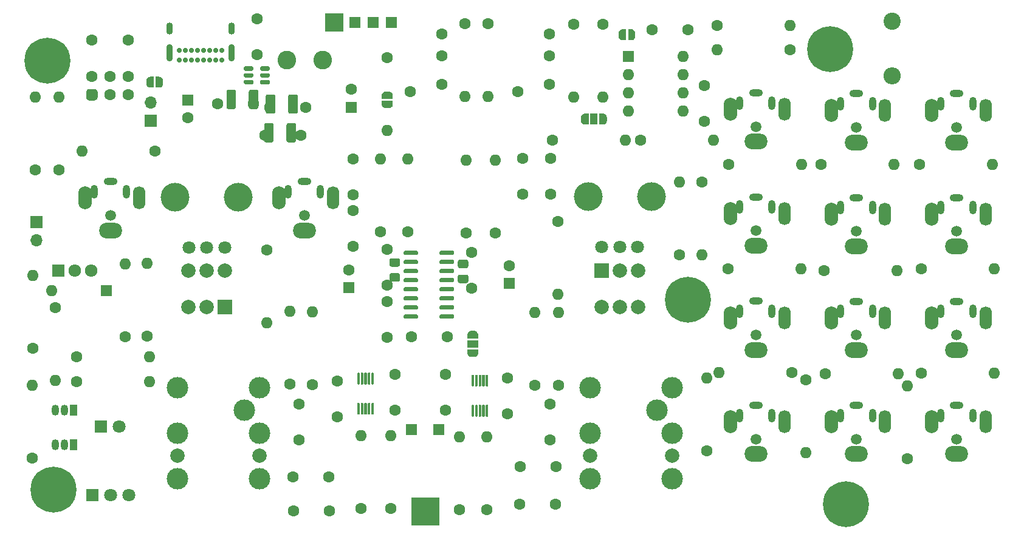
<source format=gts>
G04 #@! TF.GenerationSoftware,KiCad,Pcbnew,8.0.1*
G04 #@! TF.CreationDate,2024-03-31T00:10:13+01:00*
G04 #@! TF.ProjectId,spider2,73706964-6572-4322-9e6b-696361645f70,rev?*
G04 #@! TF.SameCoordinates,Original*
G04 #@! TF.FileFunction,Soldermask,Top*
G04 #@! TF.FilePolarity,Negative*
%FSLAX46Y46*%
G04 Gerber Fmt 4.6, Leading zero omitted, Abs format (unit mm)*
G04 Created by KiCad (PCBNEW 8.0.1) date 2024-03-31 00:10:13*
%MOMM*%
%LPD*%
G01*
G04 APERTURE LIST*
%ADD10C,1.600000*%
%ADD11O,1.600000X1.600000*%
%ADD12R,2.000000X2.000000*%
%ADD13C,2.000000*%
%ADD14C,0.700000*%
%ADD15O,0.900000X2.400000*%
%ADD16O,0.900000X1.700000*%
%ADD17R,1.717500X1.800000*%
%ADD18O,1.717500X1.800000*%
%ADD19R,1.600000X1.600000*%
%ADD20R,2.500000X2.500000*%
%ADD21C,1.500000*%
%ADD22O,1.000000X1.900000*%
%ADD23O,1.703200X3.203200*%
%ADD24O,1.903200X3.203200*%
%ADD25O,1.900000X1.000000*%
%ADD26O,3.203200X2.203200*%
%ADD27C,0.800000*%
%ADD28C,6.400000*%
%ADD29R,1.500000X1.000000*%
%ADD30R,1.700000X1.700000*%
%ADD31O,1.700000X1.700000*%
%ADD32C,3.000000*%
%ADD33R,1.500000X1.500000*%
%ADD34R,1.050000X1.500000*%
%ADD35O,1.050000X1.500000*%
%ADD36C,2.400000*%
%ADD37O,2.400000X2.400000*%
%ADD38C,4.000000*%
%ADD39C,1.800000*%
%ADD40R,4.000000X4.000000*%
%ADD41R,1.000000X1.500000*%
%ADD42R,1.800000X1.800000*%
%ADD43C,2.600000*%
G04 APERTURE END LIST*
D10*
X171975000Y-64135000D03*
D11*
X171975000Y-74295000D03*
D10*
X147599400Y-34823400D03*
X152679400Y-34823400D03*
G36*
G01*
X147199400Y-41643400D02*
X147999400Y-41643400D01*
G75*
G02*
X148399400Y-42043400I0J-400000D01*
G01*
X148399400Y-42843400D01*
G75*
G02*
X147999400Y-43243400I-400000J0D01*
G01*
X147199400Y-43243400D01*
G75*
G02*
X146799400Y-42843400I0J400000D01*
G01*
X146799400Y-42043400D01*
G75*
G02*
X147199400Y-41643400I400000J0D01*
G01*
G37*
X150139400Y-42443400D03*
X152679400Y-42443400D03*
X147599400Y-39903400D03*
X150139400Y-39903400D03*
X152679400Y-39903400D03*
X262920000Y-52200000D03*
D11*
X273080000Y-52200000D03*
G36*
G01*
X190263800Y-68528600D02*
X189313800Y-68528600D01*
G75*
G02*
X189063800Y-68278600I0J250000D01*
G01*
X189063800Y-67603600D01*
G75*
G02*
X189313800Y-67353600I250000J0D01*
G01*
X190263800Y-67353600D01*
G75*
G02*
X190513800Y-67603600I0J-250000D01*
G01*
X190513800Y-68278600D01*
G75*
G02*
X190263800Y-68528600I-250000J0D01*
G01*
G37*
G36*
G01*
X190263800Y-66453600D02*
X189313800Y-66453600D01*
G75*
G02*
X189063800Y-66203600I0J250000D01*
G01*
X189063800Y-65528600D01*
G75*
G02*
X189313800Y-65278600I250000J0D01*
G01*
X190263800Y-65278600D01*
G75*
G02*
X190513800Y-65528600I0J-250000D01*
G01*
X190513800Y-66203600D01*
G75*
G02*
X190263800Y-66453600I-250000J0D01*
G01*
G37*
G36*
X222000000Y-34825000D02*
G01*
X221500000Y-34825000D01*
X221500000Y-34819911D01*
X221428843Y-34819911D01*
X221292292Y-34779816D01*
X221172570Y-34702875D01*
X221079373Y-34595320D01*
X221020254Y-34465866D01*
X221000000Y-34325000D01*
X221000000Y-33825000D01*
X221020254Y-33684134D01*
X221079373Y-33554680D01*
X221172570Y-33447125D01*
X221292292Y-33370184D01*
X221428843Y-33330089D01*
X221500000Y-33330089D01*
X221500000Y-33325000D01*
X222000000Y-33325000D01*
X222000000Y-34825000D01*
G37*
G36*
X222800000Y-33330089D02*
G01*
X222871157Y-33330089D01*
X223007708Y-33370184D01*
X223127430Y-33447125D01*
X223220627Y-33554680D01*
X223279746Y-33684134D01*
X223300000Y-33825000D01*
X223300000Y-34325000D01*
X223279746Y-34465866D01*
X223220627Y-34595320D01*
X223127430Y-34702875D01*
X223007708Y-34779816D01*
X222871157Y-34819911D01*
X222800000Y-34819911D01*
X222800000Y-34825000D01*
X222300000Y-34825000D01*
X222300000Y-33325000D01*
X222800000Y-33325000D01*
X222800000Y-33330089D01*
G37*
D12*
X218620000Y-67000000D03*
D13*
X221160000Y-67000000D03*
X223700000Y-67000000D03*
X218620000Y-72080000D03*
X221160000Y-72080000D03*
X223700000Y-72080000D03*
D10*
X230650000Y-33400000D03*
X225650000Y-33400000D03*
X244875000Y-36200000D03*
D11*
X234715000Y-36200000D03*
D14*
X165725000Y-37575000D03*
X164875000Y-37575000D03*
X164025000Y-37575000D03*
X163175000Y-37575000D03*
X162325000Y-37575000D03*
X161475000Y-37575000D03*
X160625000Y-37575000D03*
X159775000Y-37575000D03*
X159775000Y-36225000D03*
X160625000Y-36225000D03*
X161475000Y-36225000D03*
X162325000Y-36225000D03*
X163175000Y-36225000D03*
X164025000Y-36225000D03*
X164875000Y-36225000D03*
X165725000Y-36225000D03*
D15*
X167075000Y-36595000D03*
D16*
X167075000Y-33215000D03*
D15*
X158425000Y-36595000D03*
D16*
X158425000Y-33215000D03*
D10*
X187800000Y-61600000D03*
D11*
X187800000Y-51440000D03*
D17*
X142950000Y-67000000D03*
D18*
X145240000Y-67000000D03*
X147530000Y-67000000D03*
D10*
X263120000Y-81300000D03*
D11*
X273280000Y-81300000D03*
D10*
X181800000Y-82425000D03*
X181800000Y-87425000D03*
X207645000Y-51333400D03*
X207645000Y-56333400D03*
X196850000Y-86475000D03*
X196850000Y-81475000D03*
X211480400Y-56337200D03*
X211480400Y-51337200D03*
X209300000Y-82980000D03*
D11*
X209300000Y-72820000D03*
D19*
X149620000Y-69750000D03*
D11*
X142000000Y-69750000D03*
D10*
X178275000Y-82880000D03*
D11*
X178275000Y-72720000D03*
D10*
X139700000Y-52959000D03*
D11*
X139700000Y-42799000D03*
D10*
X202800000Y-32550000D03*
D11*
X202800000Y-42710000D03*
D10*
X232600000Y-54625000D03*
D11*
X232600000Y-64785000D03*
D10*
X205525000Y-82000000D03*
X205525000Y-87000000D03*
D20*
X181356000Y-32385000D03*
D21*
X240099112Y-90500000D03*
D22*
X242349112Y-87200000D03*
D23*
X244099112Y-88100000D03*
D24*
X236599112Y-88100000D03*
D22*
X237849112Y-87200000D03*
D25*
X240099112Y-85800000D03*
D26*
X240099112Y-92600000D03*
D27*
X248019532Y-36102461D03*
X248722476Y-34405405D03*
X248722476Y-37799517D03*
X250419532Y-33702461D03*
D28*
X250419532Y-36102461D03*
D27*
X250419532Y-38502461D03*
X252116588Y-34405405D03*
X252116588Y-37799517D03*
X252819532Y-36102461D03*
D10*
X189850000Y-86450000D03*
X189850000Y-81450000D03*
G36*
G01*
X176287500Y-42650000D02*
X176287500Y-44850000D01*
G75*
G02*
X176037500Y-45100000I-250000J0D01*
G01*
X175212500Y-45100000D01*
G75*
G02*
X174962500Y-44850000I0J250000D01*
G01*
X174962500Y-42650000D01*
G75*
G02*
X175212500Y-42400000I250000J0D01*
G01*
X176037500Y-42400000D01*
G75*
G02*
X176287500Y-42650000I0J-250000D01*
G01*
G37*
G36*
G01*
X173162500Y-42650000D02*
X173162500Y-44850000D01*
G75*
G02*
X172912500Y-45100000I-250000J0D01*
G01*
X172087500Y-45100000D01*
G75*
G02*
X171837500Y-44850000I0J250000D01*
G01*
X171837500Y-42650000D01*
G75*
G02*
X172087500Y-42400000I250000J0D01*
G01*
X172912500Y-42400000D01*
G75*
G02*
X173162500Y-42650000I0J-250000D01*
G01*
G37*
X200500000Y-69450000D03*
X200500000Y-64450000D03*
G36*
X201410000Y-77966000D02*
G01*
X201410000Y-78516000D01*
X201404911Y-78516000D01*
X201404911Y-78587157D01*
X201364816Y-78723708D01*
X201287875Y-78843430D01*
X201180320Y-78936627D01*
X201050866Y-78995746D01*
X200910000Y-79016000D01*
X200410000Y-79016000D01*
X200269134Y-78995746D01*
X200139680Y-78936627D01*
X200032125Y-78843430D01*
X199955184Y-78723708D01*
X199915089Y-78587157D01*
X199915089Y-78516000D01*
X199910000Y-78516000D01*
X199910000Y-77966000D01*
X201410000Y-77966000D01*
G37*
D29*
X200660000Y-77216000D03*
G36*
X199915089Y-75916000D02*
G01*
X199915089Y-75844843D01*
X199955184Y-75708292D01*
X200032125Y-75588570D01*
X200139680Y-75495373D01*
X200269134Y-75436254D01*
X200410000Y-75416000D01*
X200910000Y-75416000D01*
X201050866Y-75436254D01*
X201180320Y-75495373D01*
X201287875Y-75588570D01*
X201364816Y-75708292D01*
X201404911Y-75844843D01*
X201404911Y-75916000D01*
X201410000Y-75916000D01*
X201410000Y-76466000D01*
X199910000Y-76466000D01*
X199910000Y-75916000D01*
X199915089Y-75916000D01*
G37*
D10*
X214700000Y-32640000D03*
D11*
X214700000Y-42800000D03*
D10*
X196350000Y-37000000D03*
X196350000Y-34000000D03*
X191950000Y-42000000D03*
X196350000Y-41000000D03*
D30*
X155800000Y-46090000D03*
D31*
X155800000Y-43550000D03*
D10*
X189200000Y-100200000D03*
D11*
X189200000Y-90040000D03*
D10*
X212177000Y-99568000D03*
X207177000Y-99568000D03*
D19*
X205765400Y-68808600D03*
D10*
X205765400Y-66308600D03*
X176425000Y-85600000D03*
X176425000Y-90600000D03*
X232925000Y-46200000D03*
X232925000Y-41200000D03*
X191600000Y-61595000D03*
D11*
X191600000Y-51435000D03*
D10*
X261200000Y-93230000D03*
D11*
X261200000Y-83070000D03*
D10*
X249645000Y-66950000D03*
D11*
X259805000Y-66950000D03*
D32*
X226300000Y-86450000D03*
D13*
X228430000Y-92800000D03*
X217000000Y-92800000D03*
D32*
X228430000Y-89650000D03*
X217000000Y-89650000D03*
X228430000Y-96000000D03*
X217000000Y-96000000D03*
X228430000Y-83300000D03*
X217000000Y-83300000D03*
D10*
X156425000Y-50275000D03*
D11*
X146265000Y-50275000D03*
D32*
X168800000Y-86450000D03*
D13*
X170930000Y-92800000D03*
X159500000Y-92800000D03*
D32*
X170930000Y-89650000D03*
X159500000Y-89650000D03*
X170930000Y-96000000D03*
X159500000Y-96000000D03*
X170930000Y-83300000D03*
X159500000Y-83300000D03*
D10*
X145500000Y-82500000D03*
D11*
X155660000Y-82500000D03*
D10*
X212550000Y-60100000D03*
D11*
X212550000Y-70260000D03*
D10*
X249745000Y-81400000D03*
D11*
X259905000Y-81400000D03*
D10*
X198800000Y-100320000D03*
D11*
X198800000Y-90160000D03*
D10*
X165129200Y-43750000D03*
X170129200Y-43750000D03*
D33*
X192120004Y-89159163D03*
D10*
X249220000Y-52150000D03*
D11*
X259380000Y-52150000D03*
D10*
X203809600Y-61722000D03*
D11*
X203809600Y-51562000D03*
D10*
X234675000Y-32825000D03*
D11*
X244835000Y-32825000D03*
D10*
X236195000Y-66725000D03*
D11*
X246355000Y-66725000D03*
D19*
X183750000Y-44182380D03*
D10*
X183750000Y-41682380D03*
G36*
X188000000Y-43000000D02*
G01*
X188000000Y-42500000D01*
X188005089Y-42500000D01*
X188005089Y-42428843D01*
X188045184Y-42292292D01*
X188122125Y-42172570D01*
X188229680Y-42079373D01*
X188359134Y-42020254D01*
X188500000Y-42000000D01*
X189000000Y-42000000D01*
X189140866Y-42020254D01*
X189270320Y-42079373D01*
X189377875Y-42172570D01*
X189454816Y-42292292D01*
X189494911Y-42428843D01*
X189494911Y-42500000D01*
X189500000Y-42500000D01*
X189500000Y-43000000D01*
X188000000Y-43000000D01*
G37*
G36*
X189494911Y-43800000D02*
G01*
X189494911Y-43871157D01*
X189454816Y-44007708D01*
X189377875Y-44127430D01*
X189270320Y-44220627D01*
X189140866Y-44279746D01*
X189000000Y-44300000D01*
X188500000Y-44300000D01*
X188359134Y-44279746D01*
X188229680Y-44220627D01*
X188122125Y-44127430D01*
X188045184Y-44007708D01*
X188005089Y-43871157D01*
X188005089Y-43800000D01*
X188000000Y-43800000D01*
X188000000Y-43300000D01*
X189500000Y-43300000D01*
X189500000Y-43800000D01*
X189494911Y-43800000D01*
G37*
G36*
G01*
X202562500Y-81512500D02*
X202737500Y-81512500D01*
G75*
G02*
X202825000Y-81600000I0J-87500D01*
G01*
X202825000Y-83050000D01*
G75*
G02*
X202737500Y-83137500I-87500J0D01*
G01*
X202562500Y-83137500D01*
G75*
G02*
X202475000Y-83050000I0J87500D01*
G01*
X202475000Y-81600000D01*
G75*
G02*
X202562500Y-81512500I87500J0D01*
G01*
G37*
G36*
G01*
X202062500Y-81512500D02*
X202237500Y-81512500D01*
G75*
G02*
X202325000Y-81600000I0J-87500D01*
G01*
X202325000Y-83050000D01*
G75*
G02*
X202237500Y-83137500I-87500J0D01*
G01*
X202062500Y-83137500D01*
G75*
G02*
X201975000Y-83050000I0J87500D01*
G01*
X201975000Y-81600000D01*
G75*
G02*
X202062500Y-81512500I87500J0D01*
G01*
G37*
G36*
G01*
X201562500Y-81512500D02*
X201737500Y-81512500D01*
G75*
G02*
X201825000Y-81600000I0J-87500D01*
G01*
X201825000Y-83050000D01*
G75*
G02*
X201737500Y-83137500I-87500J0D01*
G01*
X201562500Y-83137500D01*
G75*
G02*
X201475000Y-83050000I0J87500D01*
G01*
X201475000Y-81600000D01*
G75*
G02*
X201562500Y-81512500I87500J0D01*
G01*
G37*
G36*
G01*
X201062500Y-81512500D02*
X201237500Y-81512500D01*
G75*
G02*
X201325000Y-81600000I0J-87500D01*
G01*
X201325000Y-83050000D01*
G75*
G02*
X201237500Y-83137500I-87500J0D01*
G01*
X201062500Y-83137500D01*
G75*
G02*
X200975000Y-83050000I0J87500D01*
G01*
X200975000Y-81600000D01*
G75*
G02*
X201062500Y-81512500I87500J0D01*
G01*
G37*
G36*
G01*
X200562500Y-81512500D02*
X200737500Y-81512500D01*
G75*
G02*
X200825000Y-81600000I0J-87500D01*
G01*
X200825000Y-83050000D01*
G75*
G02*
X200737500Y-83137500I-87500J0D01*
G01*
X200562500Y-83137500D01*
G75*
G02*
X200475000Y-83050000I0J87500D01*
G01*
X200475000Y-81600000D01*
G75*
G02*
X200562500Y-81512500I87500J0D01*
G01*
G37*
G36*
G01*
X200562500Y-85737500D02*
X200737500Y-85737500D01*
G75*
G02*
X200825000Y-85825000I0J-87500D01*
G01*
X200825000Y-87275000D01*
G75*
G02*
X200737500Y-87362500I-87500J0D01*
G01*
X200562500Y-87362500D01*
G75*
G02*
X200475000Y-87275000I0J87500D01*
G01*
X200475000Y-85825000D01*
G75*
G02*
X200562500Y-85737500I87500J0D01*
G01*
G37*
G36*
G01*
X201062500Y-85737500D02*
X201237500Y-85737500D01*
G75*
G02*
X201325000Y-85825000I0J-87500D01*
G01*
X201325000Y-87275000D01*
G75*
G02*
X201237500Y-87362500I-87500J0D01*
G01*
X201062500Y-87362500D01*
G75*
G02*
X200975000Y-87275000I0J87500D01*
G01*
X200975000Y-85825000D01*
G75*
G02*
X201062500Y-85737500I87500J0D01*
G01*
G37*
G36*
G01*
X201562500Y-85737500D02*
X201737500Y-85737500D01*
G75*
G02*
X201825000Y-85825000I0J-87500D01*
G01*
X201825000Y-87275000D01*
G75*
G02*
X201737500Y-87362500I-87500J0D01*
G01*
X201562500Y-87362500D01*
G75*
G02*
X201475000Y-87275000I0J87500D01*
G01*
X201475000Y-85825000D01*
G75*
G02*
X201562500Y-85737500I87500J0D01*
G01*
G37*
G36*
G01*
X202062500Y-85737500D02*
X202237500Y-85737500D01*
G75*
G02*
X202325000Y-85825000I0J-87500D01*
G01*
X202325000Y-87275000D01*
G75*
G02*
X202237500Y-87362500I-87500J0D01*
G01*
X202062500Y-87362500D01*
G75*
G02*
X201975000Y-87275000I0J87500D01*
G01*
X201975000Y-85825000D01*
G75*
G02*
X202062500Y-85737500I87500J0D01*
G01*
G37*
G36*
G01*
X202562500Y-85737500D02*
X202737500Y-85737500D01*
G75*
G02*
X202825000Y-85825000I0J-87500D01*
G01*
X202825000Y-87275000D01*
G75*
G02*
X202737500Y-87362500I-87500J0D01*
G01*
X202562500Y-87362500D01*
G75*
G02*
X202475000Y-87275000I0J87500D01*
G01*
X202475000Y-85825000D01*
G75*
G02*
X202562500Y-85737500I87500J0D01*
G01*
G37*
G36*
G01*
X176037500Y-46650000D02*
X176037500Y-48850000D01*
G75*
G02*
X175787500Y-49100000I-250000J0D01*
G01*
X174962500Y-49100000D01*
G75*
G02*
X174712500Y-48850000I0J250000D01*
G01*
X174712500Y-46650000D01*
G75*
G02*
X174962500Y-46400000I250000J0D01*
G01*
X175787500Y-46400000D01*
G75*
G02*
X176037500Y-46650000I0J-250000D01*
G01*
G37*
G36*
G01*
X172912500Y-46650000D02*
X172912500Y-48850000D01*
G75*
G02*
X172662500Y-49100000I-250000J0D01*
G01*
X171837500Y-49100000D01*
G75*
G02*
X171587500Y-48850000I0J250000D01*
G01*
X171587500Y-46650000D01*
G75*
G02*
X171837500Y-46400000I250000J0D01*
G01*
X172662500Y-46400000D01*
G75*
G02*
X172912500Y-46650000I0J-250000D01*
G01*
G37*
X197100000Y-76225000D03*
X192100000Y-76225000D03*
X142500000Y-72170000D03*
D11*
X142500000Y-82330000D03*
D10*
X247100000Y-82250000D03*
D11*
X247100000Y-92410000D03*
D21*
X240100000Y-61433333D03*
D22*
X242350000Y-58133333D03*
D23*
X244100000Y-59033333D03*
D24*
X236600000Y-59033333D03*
D22*
X237850000Y-58133333D03*
D25*
X240100000Y-56733333D03*
D26*
X240100000Y-63533333D03*
D34*
X145020000Y-91250000D03*
D35*
X143750000Y-91250000D03*
X142480000Y-91250000D03*
D10*
X175641000Y-95758000D03*
X180641000Y-95758000D03*
D21*
X240100000Y-75966666D03*
D22*
X242350000Y-72666666D03*
D23*
X244100000Y-73566666D03*
D24*
X236600000Y-73566666D03*
D22*
X237850000Y-72666666D03*
D25*
X240100000Y-71266666D03*
D26*
X240100000Y-78066666D03*
D10*
X152250000Y-76190000D03*
D11*
X152250000Y-66030000D03*
D21*
X177174065Y-59268249D03*
D22*
X179424065Y-55968249D03*
D23*
X181174065Y-56868249D03*
D24*
X173674065Y-56868249D03*
D22*
X174924065Y-55968249D03*
D25*
X177174065Y-54568249D03*
D26*
X177174065Y-61368249D03*
D27*
X228260142Y-71088261D03*
X228963086Y-69391205D03*
X228963086Y-72785317D03*
X230660142Y-68688261D03*
D28*
X230660142Y-71088261D03*
D27*
X230660142Y-73488261D03*
X232357198Y-69391205D03*
X232357198Y-72785317D03*
X233060142Y-71088261D03*
D10*
X143002000Y-52959000D03*
D11*
X143002000Y-42799000D03*
D21*
X268100000Y-47000000D03*
D22*
X270350000Y-43700000D03*
D23*
X272100000Y-44600000D03*
D24*
X264600000Y-44600000D03*
D22*
X265850000Y-43700000D03*
D25*
X268100000Y-42300000D03*
D26*
X268100000Y-49100000D03*
D10*
X184000000Y-63600000D03*
X184000000Y-58600000D03*
D36*
X259100000Y-32190000D03*
D37*
X259100000Y-39810000D03*
D33*
X184277000Y-32385000D03*
D19*
X160925000Y-43175000D03*
D10*
X160925000Y-45675000D03*
D38*
X159217564Y-56780906D03*
X168017564Y-56780906D03*
D39*
X166117564Y-63780906D03*
X163617564Y-63780906D03*
X161117564Y-63780906D03*
D10*
X188750000Y-69062600D03*
X188750000Y-64062600D03*
D33*
X186817000Y-32385000D03*
X189357000Y-32385000D03*
D12*
X166152500Y-72090000D03*
D13*
X163612500Y-72090000D03*
X161072500Y-72090000D03*
X166152500Y-67010000D03*
X163612500Y-67010000D03*
X161072500Y-67010000D03*
D34*
X145000000Y-86500000D03*
D35*
X143730000Y-86500000D03*
X142460000Y-86500000D03*
D10*
X145500000Y-79000000D03*
D11*
X155660000Y-79000000D03*
D10*
X185100000Y-100200000D03*
D11*
X185100000Y-90040000D03*
D21*
X268100000Y-76000000D03*
D22*
X270350000Y-72700000D03*
D23*
X272100000Y-73600000D03*
D24*
X264600000Y-73600000D03*
D22*
X265850000Y-72700000D03*
D25*
X268100000Y-71300000D03*
D26*
X268100000Y-78100000D03*
D30*
X139850000Y-60250000D03*
D31*
X139850000Y-62790000D03*
D10*
X175225000Y-82835000D03*
D11*
X175225000Y-72675000D03*
D27*
X250278178Y-99588332D03*
X250981122Y-97891276D03*
X250981122Y-101285388D03*
X252678178Y-97188332D03*
D28*
X252678178Y-99588332D03*
D27*
X252678178Y-101988332D03*
X254375234Y-97891276D03*
X254375234Y-101285388D03*
X255078178Y-99588332D03*
D10*
X236270000Y-52150000D03*
D11*
X246430000Y-52150000D03*
D10*
X218750000Y-32640000D03*
D11*
X218750000Y-42800000D03*
D10*
X211350000Y-37000000D03*
X211350000Y-34000000D03*
X206950000Y-42000000D03*
X211350000Y-41000000D03*
G36*
G01*
X199788800Y-68727900D02*
X198838800Y-68727900D01*
G75*
G02*
X198588800Y-68477900I0J250000D01*
G01*
X198588800Y-67802900D01*
G75*
G02*
X198838800Y-67552900I250000J0D01*
G01*
X199788800Y-67552900D01*
G75*
G02*
X200038800Y-67802900I0J-250000D01*
G01*
X200038800Y-68477900D01*
G75*
G02*
X199788800Y-68727900I-250000J0D01*
G01*
G37*
G36*
G01*
X199788800Y-66652900D02*
X198838800Y-66652900D01*
G75*
G02*
X198588800Y-66402900I0J250000D01*
G01*
X198588800Y-65727900D01*
G75*
G02*
X198838800Y-65477900I250000J0D01*
G01*
X199788800Y-65477900D01*
G75*
G02*
X200038800Y-65727900I0J-250000D01*
G01*
X200038800Y-66402900D01*
G75*
G02*
X199788800Y-66652900I-250000J0D01*
G01*
G37*
D21*
X268100000Y-61500000D03*
D22*
X270350000Y-58200000D03*
D23*
X272100000Y-59100000D03*
D24*
X264600000Y-59100000D03*
D22*
X265850000Y-58200000D03*
D25*
X268100000Y-56800000D03*
D26*
X268100000Y-63600000D03*
D21*
X240100000Y-46900000D03*
D22*
X242350000Y-43600000D03*
D23*
X244100000Y-44500000D03*
D24*
X236600000Y-44500000D03*
D22*
X237850000Y-43600000D03*
D25*
X240100000Y-42200000D03*
D26*
X240100000Y-49000000D03*
D19*
X222375000Y-37100000D03*
D11*
X222375000Y-39640000D03*
X222375000Y-42180000D03*
X222375000Y-44720000D03*
X229995000Y-44720000D03*
X229995000Y-42180000D03*
X229995000Y-39640000D03*
X229995000Y-37100000D03*
D10*
X263120000Y-66750000D03*
D11*
X273280000Y-66750000D03*
D10*
X233260000Y-92180000D03*
D11*
X233260000Y-82020000D03*
D10*
X188722000Y-76276200D03*
X188722000Y-71276200D03*
X211800000Y-48750000D03*
D11*
X221960000Y-48750000D03*
D21*
X254100000Y-61500000D03*
D22*
X256350000Y-58200000D03*
D23*
X258100000Y-59100000D03*
D24*
X250600000Y-59100000D03*
D22*
X251850000Y-58200000D03*
D25*
X254100000Y-56800000D03*
D26*
X254100000Y-63600000D03*
D21*
X254100000Y-76000000D03*
D22*
X256350000Y-72700000D03*
D23*
X258100000Y-73600000D03*
D24*
X250600000Y-73600000D03*
D22*
X251850000Y-72700000D03*
D25*
X254100000Y-71300000D03*
D26*
X254100000Y-78100000D03*
D21*
X254100000Y-47000000D03*
D22*
X256350000Y-43700000D03*
D23*
X258100000Y-44600000D03*
D24*
X250600000Y-44600000D03*
D22*
X251850000Y-43700000D03*
D25*
X254100000Y-42300000D03*
D26*
X254100000Y-49100000D03*
D10*
X212600000Y-82985000D03*
D11*
X212600000Y-72825000D03*
D10*
X202600000Y-100360000D03*
D11*
X202600000Y-90200000D03*
D10*
X172347600Y-44196000D03*
X177347600Y-44196000D03*
X184000000Y-51400000D03*
X184000000Y-56400000D03*
D21*
X150165198Y-59269712D03*
D22*
X152415198Y-55969712D03*
D23*
X154165198Y-56869712D03*
D24*
X146665198Y-56869712D03*
D22*
X147915198Y-55969712D03*
D25*
X150165198Y-54569712D03*
D26*
X150165198Y-61369712D03*
G36*
G01*
X166337500Y-44198862D02*
X166337500Y-41998862D01*
G75*
G02*
X166587500Y-41748862I250000J0D01*
G01*
X167412500Y-41748862D01*
G75*
G02*
X167662500Y-41998862I0J-250000D01*
G01*
X167662500Y-44198862D01*
G75*
G02*
X167412500Y-44448862I-250000J0D01*
G01*
X166587500Y-44448862D01*
G75*
G02*
X166337500Y-44198862I0J250000D01*
G01*
G37*
G36*
G01*
X169462500Y-44198862D02*
X169462500Y-41998862D01*
G75*
G02*
X169712500Y-41748862I250000J0D01*
G01*
X170537500Y-41748862D01*
G75*
G02*
X170787500Y-41998862I0J-250000D01*
G01*
X170787500Y-44198862D01*
G75*
G02*
X170537500Y-44448862I-250000J0D01*
G01*
X169712500Y-44448862D01*
G75*
G02*
X169462500Y-44198862I0J250000D01*
G01*
G37*
D40*
X194056000Y-100584000D03*
D21*
X254099112Y-90500000D03*
D22*
X256349112Y-87200000D03*
D23*
X258099112Y-88100000D03*
D24*
X250599112Y-88100000D03*
D22*
X251849112Y-87200000D03*
D25*
X254099112Y-85800000D03*
D26*
X254099112Y-92600000D03*
D21*
X268100000Y-90500000D03*
D22*
X270350000Y-87200000D03*
D23*
X272100000Y-88100000D03*
D24*
X264600000Y-88100000D03*
D22*
X265850000Y-87200000D03*
D25*
X268100000Y-85800000D03*
D26*
X268100000Y-92600000D03*
D10*
X175700000Y-100500000D03*
X180700000Y-100500000D03*
X188750000Y-37250000D03*
D11*
X188750000Y-47410000D03*
D10*
X170641261Y-31877000D03*
X170641261Y-36877000D03*
X139250000Y-93160000D03*
D11*
X139250000Y-83000000D03*
D10*
X171704000Y-48133000D03*
X176704000Y-48133000D03*
D33*
X195961000Y-89154000D03*
G36*
X216801000Y-46597000D02*
G01*
X216251000Y-46597000D01*
X216251000Y-46591911D01*
X216179843Y-46591911D01*
X216043292Y-46551816D01*
X215923570Y-46474875D01*
X215830373Y-46367320D01*
X215771254Y-46237866D01*
X215751000Y-46097000D01*
X215751000Y-45597000D01*
X215771254Y-45456134D01*
X215830373Y-45326680D01*
X215923570Y-45219125D01*
X216043292Y-45142184D01*
X216179843Y-45102089D01*
X216251000Y-45102089D01*
X216251000Y-45097000D01*
X216801000Y-45097000D01*
X216801000Y-46597000D01*
G37*
D41*
X217551000Y-45847000D03*
G36*
X218851000Y-45102089D02*
G01*
X218922157Y-45102089D01*
X219058708Y-45142184D01*
X219178430Y-45219125D01*
X219271627Y-45326680D01*
X219330746Y-45456134D01*
X219351000Y-45597000D01*
X219351000Y-46097000D01*
X219330746Y-46237866D01*
X219271627Y-46367320D01*
X219178430Y-46474875D01*
X219058708Y-46551816D01*
X218922157Y-46591911D01*
X218851000Y-46591911D01*
X218851000Y-46597000D01*
X218301000Y-46597000D01*
X218301000Y-45097000D01*
X218851000Y-45097000D01*
X218851000Y-45102089D01*
G37*
D42*
X148875000Y-88725000D03*
D39*
X151415000Y-88725000D03*
D10*
X199600000Y-32570000D03*
D11*
X199600000Y-42730000D03*
D10*
X229450000Y-64800000D03*
D11*
X229450000Y-54640000D03*
G36*
G01*
X191050000Y-64670000D02*
X191050000Y-64370000D01*
G75*
G02*
X191200000Y-64220000I150000J0D01*
G01*
X192900000Y-64220000D01*
G75*
G02*
X193050000Y-64370000I0J-150000D01*
G01*
X193050000Y-64670000D01*
G75*
G02*
X192900000Y-64820000I-150000J0D01*
G01*
X191200000Y-64820000D01*
G75*
G02*
X191050000Y-64670000I0J150000D01*
G01*
G37*
G36*
G01*
X191050000Y-65940000D02*
X191050000Y-65640000D01*
G75*
G02*
X191200000Y-65490000I150000J0D01*
G01*
X192900000Y-65490000D01*
G75*
G02*
X193050000Y-65640000I0J-150000D01*
G01*
X193050000Y-65940000D01*
G75*
G02*
X192900000Y-66090000I-150000J0D01*
G01*
X191200000Y-66090000D01*
G75*
G02*
X191050000Y-65940000I0J150000D01*
G01*
G37*
G36*
G01*
X191050000Y-67210000D02*
X191050000Y-66910000D01*
G75*
G02*
X191200000Y-66760000I150000J0D01*
G01*
X192900000Y-66760000D01*
G75*
G02*
X193050000Y-66910000I0J-150000D01*
G01*
X193050000Y-67210000D01*
G75*
G02*
X192900000Y-67360000I-150000J0D01*
G01*
X191200000Y-67360000D01*
G75*
G02*
X191050000Y-67210000I0J150000D01*
G01*
G37*
G36*
G01*
X191050000Y-68480000D02*
X191050000Y-68180000D01*
G75*
G02*
X191200000Y-68030000I150000J0D01*
G01*
X192900000Y-68030000D01*
G75*
G02*
X193050000Y-68180000I0J-150000D01*
G01*
X193050000Y-68480000D01*
G75*
G02*
X192900000Y-68630000I-150000J0D01*
G01*
X191200000Y-68630000D01*
G75*
G02*
X191050000Y-68480000I0J150000D01*
G01*
G37*
G36*
G01*
X191050000Y-69750000D02*
X191050000Y-69450000D01*
G75*
G02*
X191200000Y-69300000I150000J0D01*
G01*
X192900000Y-69300000D01*
G75*
G02*
X193050000Y-69450000I0J-150000D01*
G01*
X193050000Y-69750000D01*
G75*
G02*
X192900000Y-69900000I-150000J0D01*
G01*
X191200000Y-69900000D01*
G75*
G02*
X191050000Y-69750000I0J150000D01*
G01*
G37*
G36*
G01*
X191050000Y-71020000D02*
X191050000Y-70720000D01*
G75*
G02*
X191200000Y-70570000I150000J0D01*
G01*
X192900000Y-70570000D01*
G75*
G02*
X193050000Y-70720000I0J-150000D01*
G01*
X193050000Y-71020000D01*
G75*
G02*
X192900000Y-71170000I-150000J0D01*
G01*
X191200000Y-71170000D01*
G75*
G02*
X191050000Y-71020000I0J150000D01*
G01*
G37*
G36*
G01*
X191050000Y-72290000D02*
X191050000Y-71990000D01*
G75*
G02*
X191200000Y-71840000I150000J0D01*
G01*
X192900000Y-71840000D01*
G75*
G02*
X193050000Y-71990000I0J-150000D01*
G01*
X193050000Y-72290000D01*
G75*
G02*
X192900000Y-72440000I-150000J0D01*
G01*
X191200000Y-72440000D01*
G75*
G02*
X191050000Y-72290000I0J150000D01*
G01*
G37*
G36*
G01*
X191050000Y-73560000D02*
X191050000Y-73260000D01*
G75*
G02*
X191200000Y-73110000I150000J0D01*
G01*
X192900000Y-73110000D01*
G75*
G02*
X193050000Y-73260000I0J-150000D01*
G01*
X193050000Y-73560000D01*
G75*
G02*
X192900000Y-73710000I-150000J0D01*
G01*
X191200000Y-73710000D01*
G75*
G02*
X191050000Y-73560000I0J150000D01*
G01*
G37*
G36*
G01*
X196050000Y-73560000D02*
X196050000Y-73260000D01*
G75*
G02*
X196200000Y-73110000I150000J0D01*
G01*
X197900000Y-73110000D01*
G75*
G02*
X198050000Y-73260000I0J-150000D01*
G01*
X198050000Y-73560000D01*
G75*
G02*
X197900000Y-73710000I-150000J0D01*
G01*
X196200000Y-73710000D01*
G75*
G02*
X196050000Y-73560000I0J150000D01*
G01*
G37*
G36*
G01*
X196050000Y-72290000D02*
X196050000Y-71990000D01*
G75*
G02*
X196200000Y-71840000I150000J0D01*
G01*
X197900000Y-71840000D01*
G75*
G02*
X198050000Y-71990000I0J-150000D01*
G01*
X198050000Y-72290000D01*
G75*
G02*
X197900000Y-72440000I-150000J0D01*
G01*
X196200000Y-72440000D01*
G75*
G02*
X196050000Y-72290000I0J150000D01*
G01*
G37*
G36*
G01*
X196050000Y-71020000D02*
X196050000Y-70720000D01*
G75*
G02*
X196200000Y-70570000I150000J0D01*
G01*
X197900000Y-70570000D01*
G75*
G02*
X198050000Y-70720000I0J-150000D01*
G01*
X198050000Y-71020000D01*
G75*
G02*
X197900000Y-71170000I-150000J0D01*
G01*
X196200000Y-71170000D01*
G75*
G02*
X196050000Y-71020000I0J150000D01*
G01*
G37*
G36*
G01*
X196050000Y-69750000D02*
X196050000Y-69450000D01*
G75*
G02*
X196200000Y-69300000I150000J0D01*
G01*
X197900000Y-69300000D01*
G75*
G02*
X198050000Y-69450000I0J-150000D01*
G01*
X198050000Y-69750000D01*
G75*
G02*
X197900000Y-69900000I-150000J0D01*
G01*
X196200000Y-69900000D01*
G75*
G02*
X196050000Y-69750000I0J150000D01*
G01*
G37*
G36*
G01*
X196050000Y-68480000D02*
X196050000Y-68180000D01*
G75*
G02*
X196200000Y-68030000I150000J0D01*
G01*
X197900000Y-68030000D01*
G75*
G02*
X198050000Y-68180000I0J-150000D01*
G01*
X198050000Y-68480000D01*
G75*
G02*
X197900000Y-68630000I-150000J0D01*
G01*
X196200000Y-68630000D01*
G75*
G02*
X196050000Y-68480000I0J150000D01*
G01*
G37*
G36*
G01*
X196050000Y-67210000D02*
X196050000Y-66910000D01*
G75*
G02*
X196200000Y-66760000I150000J0D01*
G01*
X197900000Y-66760000D01*
G75*
G02*
X198050000Y-66910000I0J-150000D01*
G01*
X198050000Y-67210000D01*
G75*
G02*
X197900000Y-67360000I-150000J0D01*
G01*
X196200000Y-67360000D01*
G75*
G02*
X196050000Y-67210000I0J150000D01*
G01*
G37*
G36*
G01*
X196050000Y-65940000D02*
X196050000Y-65640000D01*
G75*
G02*
X196200000Y-65490000I150000J0D01*
G01*
X197900000Y-65490000D01*
G75*
G02*
X198050000Y-65640000I0J-150000D01*
G01*
X198050000Y-65940000D01*
G75*
G02*
X197900000Y-66090000I-150000J0D01*
G01*
X196200000Y-66090000D01*
G75*
G02*
X196050000Y-65940000I0J150000D01*
G01*
G37*
G36*
G01*
X196050000Y-64670000D02*
X196050000Y-64370000D01*
G75*
G02*
X196200000Y-64220000I150000J0D01*
G01*
X197900000Y-64220000D01*
G75*
G02*
X198050000Y-64370000I0J-150000D01*
G01*
X198050000Y-64670000D01*
G75*
G02*
X197900000Y-64820000I-150000J0D01*
G01*
X196200000Y-64820000D01*
G75*
G02*
X196050000Y-64670000I0J150000D01*
G01*
G37*
D10*
X212304000Y-94361000D03*
X207304000Y-94361000D03*
D38*
X216749930Y-56700000D03*
X225549930Y-56700000D03*
D39*
X223649930Y-63700000D03*
X221149930Y-63700000D03*
X218649930Y-63700000D03*
D10*
X199694800Y-61722000D03*
D11*
X199694800Y-51562000D03*
G36*
G01*
X168770100Y-38950000D02*
X168770100Y-38650000D01*
G75*
G02*
X168920100Y-38500000I150000J0D01*
G01*
X169945100Y-38500000D01*
G75*
G02*
X170095100Y-38650000I0J-150000D01*
G01*
X170095100Y-38950000D01*
G75*
G02*
X169945100Y-39100000I-150000J0D01*
G01*
X168920100Y-39100000D01*
G75*
G02*
X168770100Y-38950000I0J150000D01*
G01*
G37*
G36*
G01*
X168770100Y-39900000D02*
X168770100Y-39600000D01*
G75*
G02*
X168920100Y-39450000I150000J0D01*
G01*
X169945100Y-39450000D01*
G75*
G02*
X170095100Y-39600000I0J-150000D01*
G01*
X170095100Y-39900000D01*
G75*
G02*
X169945100Y-40050000I-150000J0D01*
G01*
X168920100Y-40050000D01*
G75*
G02*
X168770100Y-39900000I0J150000D01*
G01*
G37*
G36*
G01*
X168770100Y-40850000D02*
X168770100Y-40550000D01*
G75*
G02*
X168920100Y-40400000I150000J0D01*
G01*
X169945100Y-40400000D01*
G75*
G02*
X170095100Y-40550000I0J-150000D01*
G01*
X170095100Y-40850000D01*
G75*
G02*
X169945100Y-41000000I-150000J0D01*
G01*
X168920100Y-41000000D01*
G75*
G02*
X168770100Y-40850000I0J150000D01*
G01*
G37*
G36*
G01*
X171045100Y-40850000D02*
X171045100Y-40550000D01*
G75*
G02*
X171195100Y-40400000I150000J0D01*
G01*
X172220100Y-40400000D01*
G75*
G02*
X172370100Y-40550000I0J-150000D01*
G01*
X172370100Y-40850000D01*
G75*
G02*
X172220100Y-41000000I-150000J0D01*
G01*
X171195100Y-41000000D01*
G75*
G02*
X171045100Y-40850000I0J150000D01*
G01*
G37*
G36*
G01*
X171045100Y-39900000D02*
X171045100Y-39600000D01*
G75*
G02*
X171195100Y-39450000I150000J0D01*
G01*
X172220100Y-39450000D01*
G75*
G02*
X172370100Y-39600000I0J-150000D01*
G01*
X172370100Y-39900000D01*
G75*
G02*
X172220100Y-40050000I-150000J0D01*
G01*
X171195100Y-40050000D01*
G75*
G02*
X171045100Y-39900000I0J150000D01*
G01*
G37*
G36*
G01*
X171045100Y-38950000D02*
X171045100Y-38650000D01*
G75*
G02*
X171195100Y-38500000I150000J0D01*
G01*
X172220100Y-38500000D01*
G75*
G02*
X172370100Y-38650000I0J-150000D01*
G01*
X172370100Y-38950000D01*
G75*
G02*
X172220100Y-39100000I-150000J0D01*
G01*
X171195100Y-39100000D01*
G75*
G02*
X171045100Y-38950000I0J150000D01*
G01*
G37*
D10*
X245080000Y-81225000D03*
D11*
X234920000Y-81225000D03*
D43*
X174752000Y-37592000D03*
X179752000Y-37592000D03*
D10*
X155250000Y-76150000D03*
D11*
X155250000Y-65990000D03*
D42*
X147670000Y-98300000D03*
D39*
X150210000Y-98300000D03*
X152750000Y-98300000D03*
D27*
X139840000Y-97590000D03*
X140542944Y-95892944D03*
X140542944Y-99287056D03*
X142240000Y-95190000D03*
D28*
X142240000Y-97590000D03*
D27*
X142240000Y-99990000D03*
X143937056Y-95892944D03*
X143937056Y-99287056D03*
X144640000Y-97590000D03*
D10*
X224000000Y-48760000D03*
D11*
X234160000Y-48760000D03*
D10*
X139350000Y-77840000D03*
D11*
X139350000Y-67680000D03*
G36*
X156212400Y-41440800D02*
G01*
X155712400Y-41440800D01*
X155712400Y-41435711D01*
X155641243Y-41435711D01*
X155504692Y-41395616D01*
X155384970Y-41318675D01*
X155291773Y-41211120D01*
X155232654Y-41081666D01*
X155212400Y-40940800D01*
X155212400Y-40440800D01*
X155232654Y-40299934D01*
X155291773Y-40170480D01*
X155384970Y-40062925D01*
X155504692Y-39985984D01*
X155641243Y-39945889D01*
X155712400Y-39945889D01*
X155712400Y-39940800D01*
X156212400Y-39940800D01*
X156212400Y-41440800D01*
G37*
G36*
X157012400Y-39945889D02*
G01*
X157083557Y-39945889D01*
X157220108Y-39985984D01*
X157339830Y-40062925D01*
X157433027Y-40170480D01*
X157492146Y-40299934D01*
X157512400Y-40440800D01*
X157512400Y-40940800D01*
X157492146Y-41081666D01*
X157433027Y-41211120D01*
X157339830Y-41318675D01*
X157220108Y-41395616D01*
X157083557Y-41435711D01*
X157012400Y-41435711D01*
X157012400Y-41440800D01*
X156512400Y-41440800D01*
X156512400Y-39940800D01*
X157012400Y-39940800D01*
X157012400Y-39945889D01*
G37*
D10*
X211400000Y-85650000D03*
X211400000Y-90650000D03*
D19*
X183388000Y-69400000D03*
D10*
X183388000Y-66900000D03*
D27*
X138994600Y-37691600D03*
X139697544Y-35994544D03*
X139697544Y-39388656D03*
X141394600Y-35291600D03*
D28*
X141394600Y-37691600D03*
D27*
X141394600Y-40091600D03*
X143091656Y-35994544D03*
X143091656Y-39388656D03*
X143794600Y-37691600D03*
G36*
G01*
X186637500Y-81250000D02*
X186812500Y-81250000D01*
G75*
G02*
X186900000Y-81337500I0J-87500D01*
G01*
X186900000Y-82787500D01*
G75*
G02*
X186812500Y-82875000I-87500J0D01*
G01*
X186637500Y-82875000D01*
G75*
G02*
X186550000Y-82787500I0J87500D01*
G01*
X186550000Y-81337500D01*
G75*
G02*
X186637500Y-81250000I87500J0D01*
G01*
G37*
G36*
G01*
X186137500Y-81250000D02*
X186312500Y-81250000D01*
G75*
G02*
X186400000Y-81337500I0J-87500D01*
G01*
X186400000Y-82787500D01*
G75*
G02*
X186312500Y-82875000I-87500J0D01*
G01*
X186137500Y-82875000D01*
G75*
G02*
X186050000Y-82787500I0J87500D01*
G01*
X186050000Y-81337500D01*
G75*
G02*
X186137500Y-81250000I87500J0D01*
G01*
G37*
G36*
G01*
X185637500Y-81250000D02*
X185812500Y-81250000D01*
G75*
G02*
X185900000Y-81337500I0J-87500D01*
G01*
X185900000Y-82787500D01*
G75*
G02*
X185812500Y-82875000I-87500J0D01*
G01*
X185637500Y-82875000D01*
G75*
G02*
X185550000Y-82787500I0J87500D01*
G01*
X185550000Y-81337500D01*
G75*
G02*
X185637500Y-81250000I87500J0D01*
G01*
G37*
G36*
G01*
X185137500Y-81250000D02*
X185312500Y-81250000D01*
G75*
G02*
X185400000Y-81337500I0J-87500D01*
G01*
X185400000Y-82787500D01*
G75*
G02*
X185312500Y-82875000I-87500J0D01*
G01*
X185137500Y-82875000D01*
G75*
G02*
X185050000Y-82787500I0J87500D01*
G01*
X185050000Y-81337500D01*
G75*
G02*
X185137500Y-81250000I87500J0D01*
G01*
G37*
G36*
G01*
X184637500Y-81250000D02*
X184812500Y-81250000D01*
G75*
G02*
X184900000Y-81337500I0J-87500D01*
G01*
X184900000Y-82787500D01*
G75*
G02*
X184812500Y-82875000I-87500J0D01*
G01*
X184637500Y-82875000D01*
G75*
G02*
X184550000Y-82787500I0J87500D01*
G01*
X184550000Y-81337500D01*
G75*
G02*
X184637500Y-81250000I87500J0D01*
G01*
G37*
G36*
G01*
X184637500Y-85475000D02*
X184812500Y-85475000D01*
G75*
G02*
X184900000Y-85562500I0J-87500D01*
G01*
X184900000Y-87012500D01*
G75*
G02*
X184812500Y-87100000I-87500J0D01*
G01*
X184637500Y-87100000D01*
G75*
G02*
X184550000Y-87012500I0J87500D01*
G01*
X184550000Y-85562500D01*
G75*
G02*
X184637500Y-85475000I87500J0D01*
G01*
G37*
G36*
G01*
X185137500Y-85475000D02*
X185312500Y-85475000D01*
G75*
G02*
X185400000Y-85562500I0J-87500D01*
G01*
X185400000Y-87012500D01*
G75*
G02*
X185312500Y-87100000I-87500J0D01*
G01*
X185137500Y-87100000D01*
G75*
G02*
X185050000Y-87012500I0J87500D01*
G01*
X185050000Y-85562500D01*
G75*
G02*
X185137500Y-85475000I87500J0D01*
G01*
G37*
G36*
G01*
X185637500Y-85475000D02*
X185812500Y-85475000D01*
G75*
G02*
X185900000Y-85562500I0J-87500D01*
G01*
X185900000Y-87012500D01*
G75*
G02*
X185812500Y-87100000I-87500J0D01*
G01*
X185637500Y-87100000D01*
G75*
G02*
X185550000Y-87012500I0J87500D01*
G01*
X185550000Y-85562500D01*
G75*
G02*
X185637500Y-85475000I87500J0D01*
G01*
G37*
G36*
G01*
X186137500Y-85475000D02*
X186312500Y-85475000D01*
G75*
G02*
X186400000Y-85562500I0J-87500D01*
G01*
X186400000Y-87012500D01*
G75*
G02*
X186312500Y-87100000I-87500J0D01*
G01*
X186137500Y-87100000D01*
G75*
G02*
X186050000Y-87012500I0J87500D01*
G01*
X186050000Y-85562500D01*
G75*
G02*
X186137500Y-85475000I87500J0D01*
G01*
G37*
G36*
G01*
X186637500Y-85475000D02*
X186812500Y-85475000D01*
G75*
G02*
X186900000Y-85562500I0J-87500D01*
G01*
X186900000Y-87012500D01*
G75*
G02*
X186812500Y-87100000I-87500J0D01*
G01*
X186637500Y-87100000D01*
G75*
G02*
X186550000Y-87012500I0J87500D01*
G01*
X186550000Y-85562500D01*
G75*
G02*
X186637500Y-85475000I87500J0D01*
G01*
G37*
M02*

</source>
